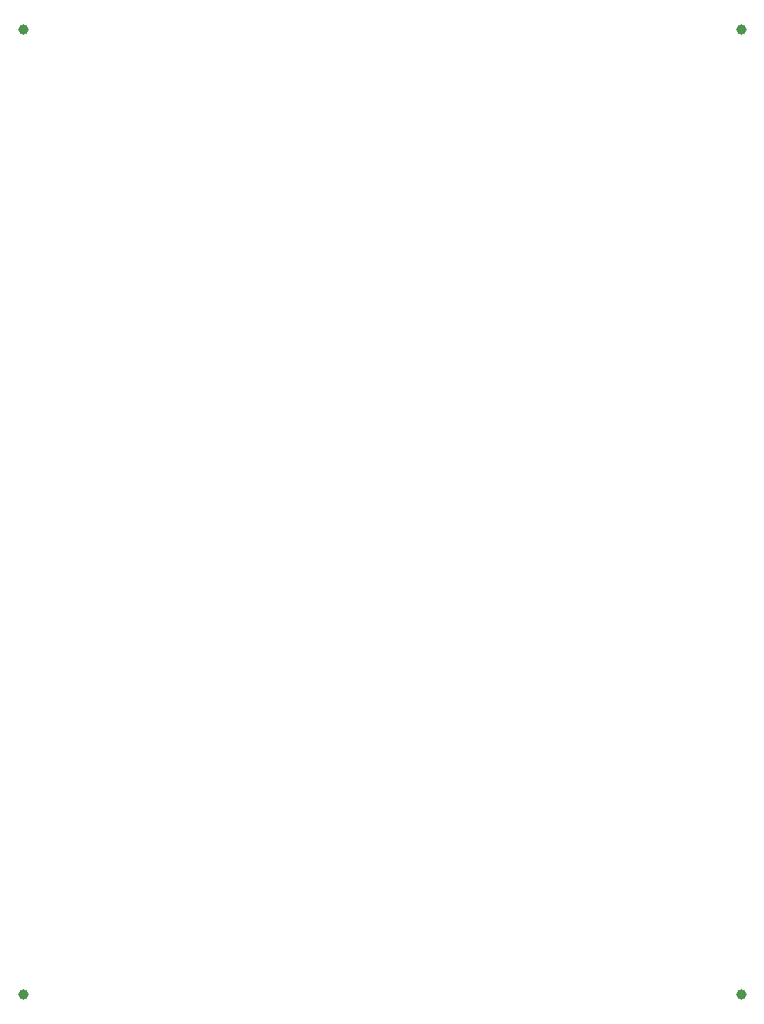
<source format=gtl>
%MOMM*%
%FSLAX46Y46*%
%IPPOS*%
%ADD10C,1*%
%ADD11C,1*%
%TF.GenerationSoftware,halfmarble,hm-panelizer,1.0.0 (beta)*%
%TF.SameCoordinates,Original*%
%TF.FileFunction,Copper,L1,Top*%
%TF.FilePolarity,Positive*%
%LPD*%
%TA.AperFunction,SMDPad,CuDef*%
%TD*%
D10*
G01*
X5000000Y3000000D03*
X75000000Y3000000D03*
%TF.GenerationSoftware,halfmarble,hm-panelizer,1.0.0 (beta)*%
%TF.SameCoordinates,Original*%
%TF.FileFunction,Copper,L1,Top*%
%TF.FilePolarity,Positive*%
%LPD*%
%TA.AperFunction,SMDPad,CuDef*%
%TD*%
D11*
G01*
X5000000Y97100000D03*
X75000000Y97100000D03*
M02*

</source>
